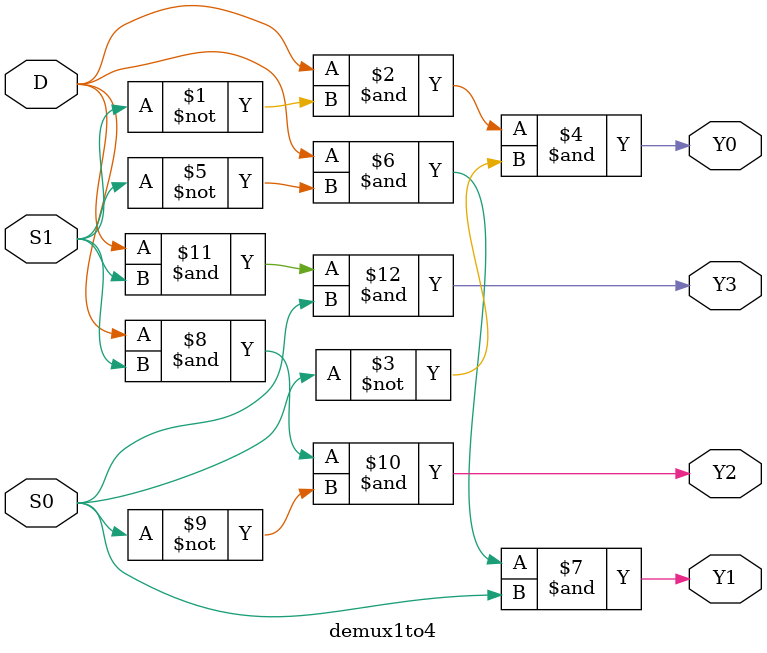
<source format=v>
module demux1to4(
    input D,
    input S1, S0,
    output Y0, Y1, Y2, Y3
);

assign Y0 = D & ~S1 & ~S0;
assign Y1 = D & ~S1 &  S0;
assign Y2 = D &  S1 & ~S0;
assign Y3 = D &  S1 &  S0;

endmodule

</source>
